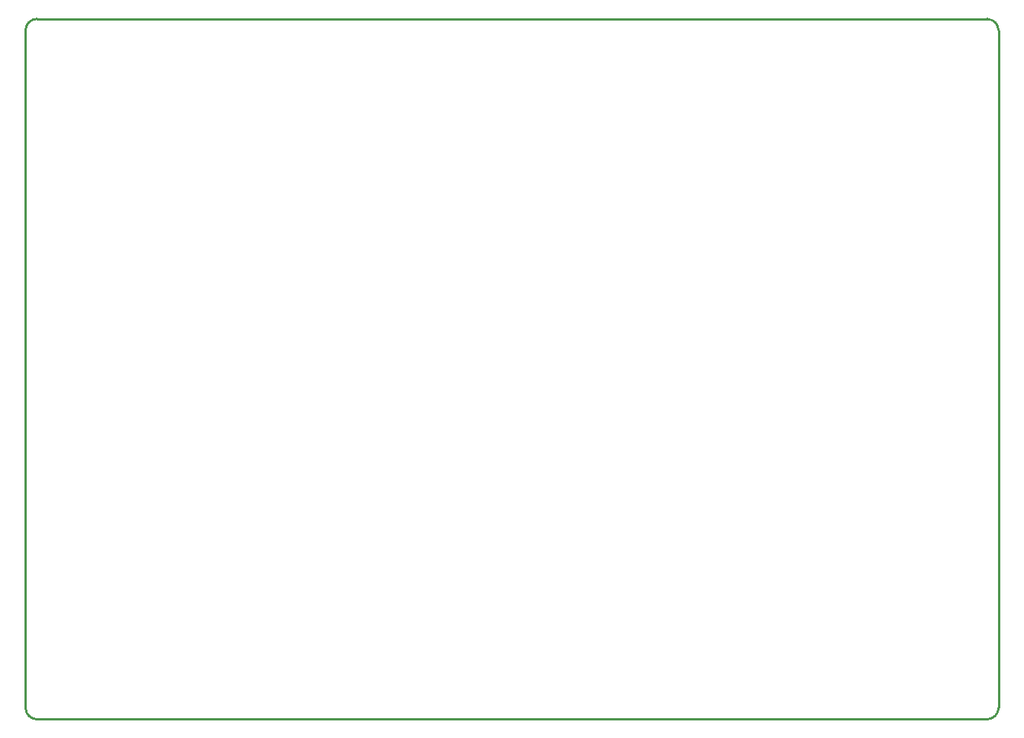
<source format=gko>
G04*
G04 #@! TF.GenerationSoftware,Altium Limited,Altium Designer,24.10.1 (45)*
G04*
G04 Layer_Color=16711935*
%FSLAX25Y25*%
%MOIN*%
G70*
G04*
G04 #@! TF.SameCoordinates,2D4B152F-DA3A-4926-AC14-268B840A774E*
G04*
G04*
G04 #@! TF.FilePolarity,Positive*
G04*
G01*
G75*
%ADD129C,0.01000*%
D129*
X5394Y305906D02*
G03*
X394Y300905I0J-5000D01*
G01*
X424803D02*
G03*
X419803Y305906I-5000J0D01*
G01*
Y0D02*
G03*
X424803Y5000I0J5000D01*
G01*
X394D02*
G03*
X5394Y0I5000J0D01*
G01*
X394Y5000D02*
Y300905D01*
X5394Y305906D02*
X419803D01*
X424803Y5000D02*
Y300905D01*
X5394Y0D02*
X419803D01*
M02*

</source>
